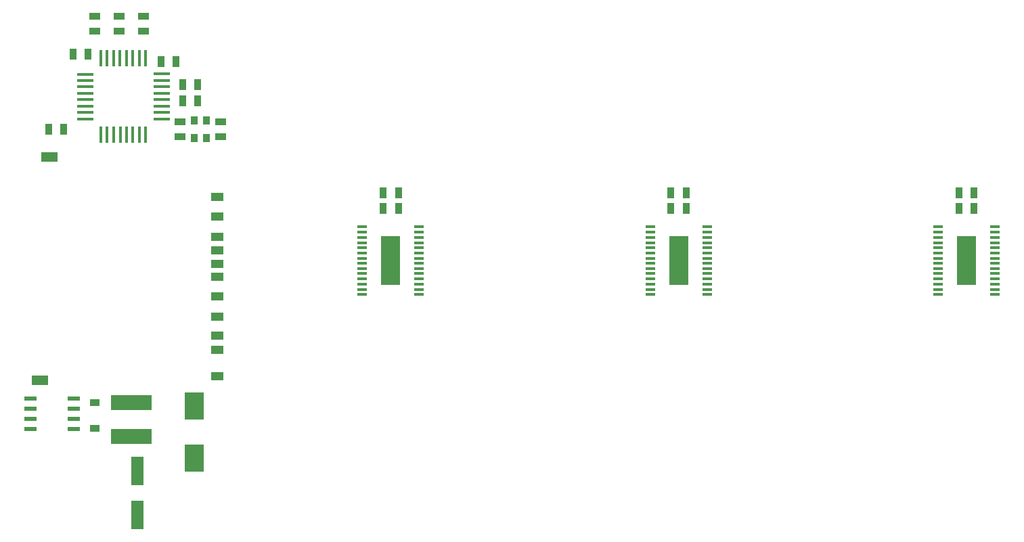
<source format=gbp>
G04 #@! TF.FileFunction,Paste,Bot*
%FSLAX46Y46*%
G04 Gerber Fmt 4.6, Leading zero omitted, Abs format (unit mm)*
G04 Created by KiCad (PCBNEW 4.0.6) date 07/08/19 17:22:12*
%MOMM*%
%LPD*%
G01*
G04 APERTURE LIST*
%ADD10C,0.150000*%
%ADD11R,0.889000X1.397000*%
%ADD12R,1.397000X0.889000*%
%ADD13R,1.270000X0.406400*%
%ADD14R,2.400000X6.170000*%
%ADD15R,1.998980X0.449580*%
%ADD16R,0.449580X1.998980*%
%ADD17R,0.900000X1.000000*%
%ADD18R,1.500000X1.000000*%
%ADD19R,2.000000X1.200000*%
%ADD20R,1.600200X3.599180*%
%ADD21R,2.400300X3.500120*%
%ADD22R,1.220000X0.910000*%
%ADD23R,1.550000X0.600000*%
%ADD24R,5.100000X1.900000*%
G04 APERTURE END LIST*
D10*
D11*
X112023500Y-100838000D03*
X113928500Y-100838000D03*
X113928500Y-98838000D03*
X112023500Y-98838000D03*
X148023500Y-100838000D03*
X149928500Y-100838000D03*
X149928500Y-98838000D03*
X148023500Y-98838000D03*
X184023500Y-100838000D03*
X185928500Y-100838000D03*
X185928500Y-98838000D03*
X184023500Y-98838000D03*
X88836500Y-87376000D03*
X86931500Y-87376000D03*
X70167500Y-90932000D03*
X72072500Y-90932000D03*
X75120500Y-81534000D03*
X73215500Y-81534000D03*
X86128500Y-82438000D03*
X84223500Y-82438000D03*
D12*
X82042000Y-78676500D03*
X82042000Y-76771500D03*
X78994000Y-78676500D03*
X78994000Y-76771500D03*
X75946000Y-78676500D03*
X75946000Y-76771500D03*
D13*
X116532000Y-103147000D03*
X116532000Y-103782000D03*
X116532000Y-104442400D03*
X116532000Y-105102800D03*
X116532000Y-105737800D03*
X116532000Y-106398200D03*
X116532000Y-107058600D03*
X116532000Y-107693600D03*
X116532000Y-108354000D03*
X116532000Y-108989000D03*
X116532000Y-109649400D03*
X116532000Y-110309800D03*
X116532000Y-110944800D03*
X116532000Y-111605200D03*
X109420000Y-111605200D03*
X109420000Y-110944800D03*
X109420000Y-110335200D03*
X109420000Y-109649400D03*
X109420000Y-108989000D03*
X109420000Y-108354000D03*
X109420000Y-107693600D03*
X109420000Y-107058600D03*
X109420000Y-106398200D03*
X109420000Y-105737800D03*
X109420000Y-105102800D03*
X109420000Y-104442400D03*
X109420000Y-103782000D03*
X109420000Y-103147000D03*
D14*
X112976000Y-107338000D03*
D13*
X152532000Y-103147000D03*
X152532000Y-103782000D03*
X152532000Y-104442400D03*
X152532000Y-105102800D03*
X152532000Y-105737800D03*
X152532000Y-106398200D03*
X152532000Y-107058600D03*
X152532000Y-107693600D03*
X152532000Y-108354000D03*
X152532000Y-108989000D03*
X152532000Y-109649400D03*
X152532000Y-110309800D03*
X152532000Y-110944800D03*
X152532000Y-111605200D03*
X145420000Y-111605200D03*
X145420000Y-110944800D03*
X145420000Y-110335200D03*
X145420000Y-109649400D03*
X145420000Y-108989000D03*
X145420000Y-108354000D03*
X145420000Y-107693600D03*
X145420000Y-107058600D03*
X145420000Y-106398200D03*
X145420000Y-105737800D03*
X145420000Y-105102800D03*
X145420000Y-104442400D03*
X145420000Y-103782000D03*
X145420000Y-103147000D03*
D14*
X148976000Y-107338000D03*
D13*
X188532000Y-103147000D03*
X188532000Y-103782000D03*
X188532000Y-104442400D03*
X188532000Y-105102800D03*
X188532000Y-105737800D03*
X188532000Y-106398200D03*
X188532000Y-107058600D03*
X188532000Y-107693600D03*
X188532000Y-108354000D03*
X188532000Y-108989000D03*
X188532000Y-109649400D03*
X188532000Y-110309800D03*
X188532000Y-110944800D03*
X188532000Y-111605200D03*
X181420000Y-111605200D03*
X181420000Y-110944800D03*
X181420000Y-110335200D03*
X181420000Y-109649400D03*
X181420000Y-108989000D03*
X181420000Y-108354000D03*
X181420000Y-107693600D03*
X181420000Y-107058600D03*
X181420000Y-106398200D03*
X181420000Y-105737800D03*
X181420000Y-105102800D03*
X181420000Y-104442400D03*
X181420000Y-103782000D03*
X181420000Y-103147000D03*
D14*
X184976000Y-107338000D03*
D15*
X84291840Y-89614220D03*
X84291840Y-88814120D03*
X84291840Y-88014020D03*
X84291840Y-87213920D03*
X84291840Y-86413820D03*
X84291840Y-85613720D03*
X84291840Y-84813620D03*
X84291840Y-84013520D03*
X74726200Y-84018600D03*
X74726200Y-89632000D03*
X74726200Y-88819200D03*
X74726200Y-88006400D03*
X74726200Y-87219000D03*
X74726200Y-86406200D03*
X74726200Y-85618800D03*
X74726200Y-84806000D03*
D16*
X82300480Y-82012000D03*
X81502920Y-82012000D03*
X80700280Y-82012000D03*
X79902720Y-82012000D03*
X79100080Y-82012000D03*
X78302520Y-82012000D03*
X77499880Y-82012000D03*
X76702320Y-82012000D03*
X82295400Y-91613200D03*
X81508000Y-91613200D03*
X80695200Y-91613200D03*
X79907800Y-91613200D03*
X79120400Y-91613200D03*
X78307600Y-91613200D03*
X77494800Y-91613200D03*
X76682000Y-91613200D03*
D12*
X91694000Y-91884500D03*
X91694000Y-89979500D03*
X86614000Y-89979500D03*
X86614000Y-91884500D03*
D17*
X89929000Y-92007000D03*
X89929000Y-89857000D03*
X88379000Y-92007000D03*
X88379000Y-89857000D03*
D18*
X91286000Y-101850000D03*
X91286000Y-104350000D03*
X91286000Y-107750000D03*
X91286000Y-109400000D03*
X91286000Y-111850000D03*
X91286000Y-114350000D03*
X91286000Y-116780000D03*
X91286000Y-118480000D03*
X91286000Y-99350000D03*
X91286000Y-121830000D03*
D19*
X69076000Y-122350000D03*
X70276000Y-94350000D03*
D18*
X91286000Y-106050000D03*
D11*
X88836500Y-85344000D03*
X86931500Y-85344000D03*
D20*
X81280000Y-133647180D03*
X81280000Y-139148820D03*
D21*
X88392000Y-132029200D03*
X88392000Y-125526800D03*
D22*
X75946000Y-125111000D03*
X75946000Y-128381000D03*
D23*
X73312000Y-124587000D03*
X73312000Y-125857000D03*
X73312000Y-127127000D03*
X73312000Y-128397000D03*
X67912000Y-128397000D03*
X67912000Y-127127000D03*
X67912000Y-125857000D03*
X67912000Y-124587000D03*
D24*
X80518000Y-125154000D03*
X80518000Y-129354000D03*
M02*

</source>
